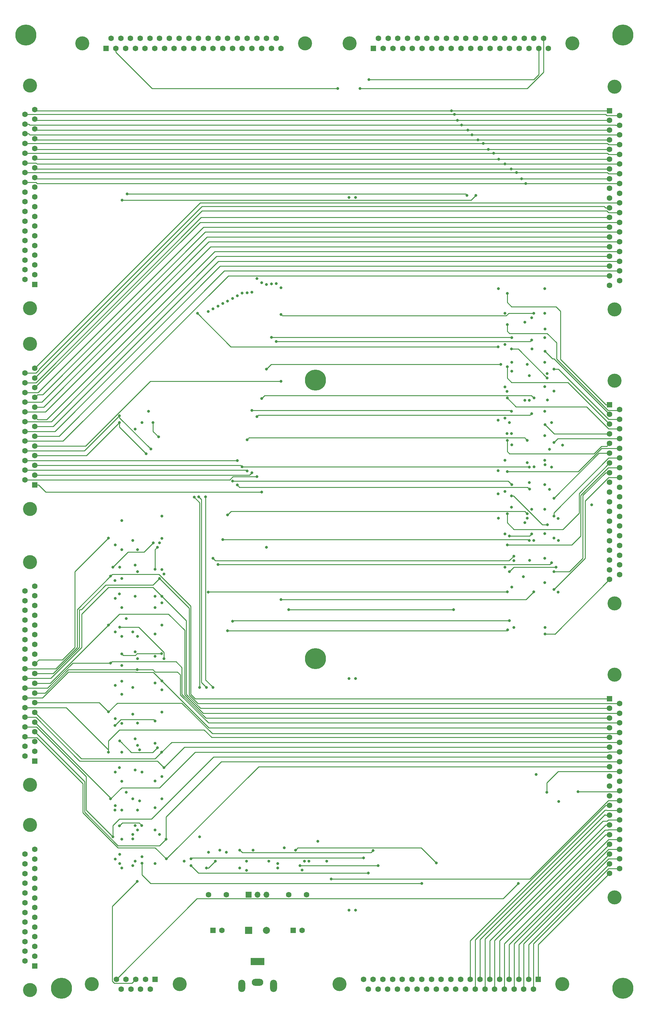
<source format=gbr>
G04 #@! TF.GenerationSoftware,KiCad,Pcbnew,5.1.5-52549c5~84~ubuntu18.04.1*
G04 #@! TF.CreationDate,2020-05-17T15:41:05-07:00*
G04 #@! TF.ProjectId,motherboard,6d6f7468-6572-4626-9f61-72642e6b6963,rev?*
G04 #@! TF.SameCoordinates,Original*
G04 #@! TF.FileFunction,Copper,L2,Inr*
G04 #@! TF.FilePolarity,Positive*
%FSLAX46Y46*%
G04 Gerber Fmt 4.6, Leading zero omitted, Abs format (unit mm)*
G04 Created by KiCad (PCBNEW 5.1.5-52549c5~84~ubuntu18.04.1) date 2020-05-17 15:41:05*
%MOMM*%
%LPD*%
G04 APERTURE LIST*
%ADD10C,4.000000*%
%ADD11C,1.600000*%
%ADD12R,1.600000X1.600000*%
%ADD13O,1.700000X1.700000*%
%ADD14R,1.700000X1.700000*%
%ADD15O,2.000000X3.500000*%
%ADD16O,3.300000X2.000000*%
%ADD17R,4.000000X2.000000*%
%ADD18C,2.000000*%
%ADD19R,2.000000X2.000000*%
%ADD20C,6.000000*%
%ADD21C,0.800000*%
%ADD22C,0.250000*%
G04 APERTURE END LIST*
D10*
X328460000Y-43030000D03*
X391960000Y-43030000D03*
D11*
X383755000Y-41610000D03*
X380985000Y-41610000D03*
X378215000Y-41610000D03*
X375445000Y-41610000D03*
X372675000Y-41610000D03*
X369905000Y-41610000D03*
X367135000Y-41610000D03*
X364365000Y-41610000D03*
X361595000Y-41610000D03*
X358825000Y-41610000D03*
X356055000Y-41610000D03*
X353285000Y-41610000D03*
X350515000Y-41610000D03*
X347745000Y-41610000D03*
X344975000Y-41610000D03*
X342205000Y-41610000D03*
X339435000Y-41610000D03*
X336665000Y-41610000D03*
X385140000Y-44450000D03*
X382370000Y-44450000D03*
X379600000Y-44450000D03*
X376830000Y-44450000D03*
X374060000Y-44450000D03*
X371290000Y-44450000D03*
X368520000Y-44450000D03*
X365750000Y-44450000D03*
X362980000Y-44450000D03*
X360210000Y-44450000D03*
X357440000Y-44450000D03*
X354670000Y-44450000D03*
X351900000Y-44450000D03*
X349130000Y-44450000D03*
X346360000Y-44450000D03*
X343590000Y-44450000D03*
X340820000Y-44450000D03*
X338050000Y-44450000D03*
D12*
X335280000Y-44450000D03*
D10*
X404660000Y-43030000D03*
X468160000Y-43030000D03*
D11*
X459955000Y-41610000D03*
X457185000Y-41610000D03*
X454415000Y-41610000D03*
X451645000Y-41610000D03*
X448875000Y-41610000D03*
X446105000Y-41610000D03*
X443335000Y-41610000D03*
X440565000Y-41610000D03*
X437795000Y-41610000D03*
X435025000Y-41610000D03*
X432255000Y-41610000D03*
X429485000Y-41610000D03*
X426715000Y-41610000D03*
X423945000Y-41610000D03*
X421175000Y-41610000D03*
X418405000Y-41610000D03*
X415635000Y-41610000D03*
X412865000Y-41610000D03*
X461340000Y-44450000D03*
X458570000Y-44450000D03*
X455800000Y-44450000D03*
X453030000Y-44450000D03*
X450260000Y-44450000D03*
X447490000Y-44450000D03*
X444720000Y-44450000D03*
X441950000Y-44450000D03*
X439180000Y-44450000D03*
X436410000Y-44450000D03*
X433640000Y-44450000D03*
X430870000Y-44450000D03*
X428100000Y-44450000D03*
X425330000Y-44450000D03*
X422560000Y-44450000D03*
X419790000Y-44450000D03*
X417020000Y-44450000D03*
X414250000Y-44450000D03*
D12*
X411480000Y-44450000D03*
D10*
X356210000Y-311300000D03*
X331210000Y-311300000D03*
D11*
X339555000Y-312720000D03*
X342325000Y-312720000D03*
X345095000Y-312720000D03*
X347865000Y-312720000D03*
X338170000Y-309880000D03*
X340940000Y-309880000D03*
X343710000Y-309880000D03*
X346480000Y-309880000D03*
D12*
X349250000Y-309880000D03*
D10*
X313540000Y-313000000D03*
X313540000Y-265900000D03*
D11*
X312120000Y-274215000D03*
X312120000Y-276985000D03*
X312120000Y-279755000D03*
X312120000Y-282525000D03*
X312120000Y-285295000D03*
X312120000Y-288065000D03*
X312120000Y-290835000D03*
X312120000Y-293605000D03*
X312120000Y-296375000D03*
X312120000Y-299145000D03*
X312120000Y-301915000D03*
X312120000Y-304685000D03*
X314960000Y-272830000D03*
X314960000Y-275600000D03*
X314960000Y-278370000D03*
X314960000Y-281140000D03*
X314960000Y-283910000D03*
X314960000Y-286680000D03*
X314960000Y-289450000D03*
X314960000Y-292220000D03*
X314960000Y-294990000D03*
X314960000Y-297760000D03*
X314960000Y-300530000D03*
X314960000Y-303300000D03*
D12*
X314960000Y-306070000D03*
D10*
X313540000Y-254470000D03*
X313540000Y-190970000D03*
D11*
X312120000Y-199175000D03*
X312120000Y-201945000D03*
X312120000Y-204715000D03*
X312120000Y-207485000D03*
X312120000Y-210255000D03*
X312120000Y-213025000D03*
X312120000Y-215795000D03*
X312120000Y-218565000D03*
X312120000Y-221335000D03*
X312120000Y-224105000D03*
X312120000Y-226875000D03*
X312120000Y-229645000D03*
X312120000Y-232415000D03*
X312120000Y-235185000D03*
X312120000Y-237955000D03*
X312120000Y-240725000D03*
X312120000Y-243495000D03*
X312120000Y-246265000D03*
X314960000Y-197790000D03*
X314960000Y-200560000D03*
X314960000Y-203330000D03*
X314960000Y-206100000D03*
X314960000Y-208870000D03*
X314960000Y-211640000D03*
X314960000Y-214410000D03*
X314960000Y-217180000D03*
X314960000Y-219950000D03*
X314960000Y-222720000D03*
X314960000Y-225490000D03*
X314960000Y-228260000D03*
X314960000Y-231030000D03*
X314960000Y-233800000D03*
X314960000Y-236570000D03*
X314960000Y-239340000D03*
X314960000Y-242110000D03*
X314960000Y-244880000D03*
D12*
X314960000Y-247650000D03*
D10*
X313540000Y-175840000D03*
X313540000Y-128740000D03*
D11*
X312120000Y-137055000D03*
X312120000Y-139825000D03*
X312120000Y-142595000D03*
X312120000Y-145365000D03*
X312120000Y-148135000D03*
X312120000Y-150905000D03*
X312120000Y-153675000D03*
X312120000Y-156445000D03*
X312120000Y-159215000D03*
X312120000Y-161985000D03*
X312120000Y-164755000D03*
X312120000Y-167525000D03*
X314960000Y-135670000D03*
X314960000Y-138440000D03*
X314960000Y-141210000D03*
X314960000Y-143980000D03*
X314960000Y-146750000D03*
X314960000Y-149520000D03*
X314960000Y-152290000D03*
X314960000Y-155060000D03*
X314960000Y-157830000D03*
X314960000Y-160600000D03*
X314960000Y-163370000D03*
X314960000Y-166140000D03*
D12*
X314960000Y-168910000D03*
D10*
X313540000Y-118580000D03*
X313540000Y-55080000D03*
D11*
X312120000Y-63285000D03*
X312120000Y-66055000D03*
X312120000Y-68825000D03*
X312120000Y-71595000D03*
X312120000Y-74365000D03*
X312120000Y-77135000D03*
X312120000Y-79905000D03*
X312120000Y-82675000D03*
X312120000Y-85445000D03*
X312120000Y-88215000D03*
X312120000Y-90985000D03*
X312120000Y-93755000D03*
X312120000Y-96525000D03*
X312120000Y-99295000D03*
X312120000Y-102065000D03*
X312120000Y-104835000D03*
X312120000Y-107605000D03*
X312120000Y-110375000D03*
X314960000Y-61900000D03*
X314960000Y-64670000D03*
X314960000Y-67440000D03*
X314960000Y-70210000D03*
X314960000Y-72980000D03*
X314960000Y-75750000D03*
X314960000Y-78520000D03*
X314960000Y-81290000D03*
X314960000Y-84060000D03*
X314960000Y-86830000D03*
X314960000Y-89600000D03*
X314960000Y-92370000D03*
X314960000Y-95140000D03*
X314960000Y-97910000D03*
X314960000Y-100680000D03*
X314960000Y-103450000D03*
X314960000Y-106220000D03*
X314960000Y-108990000D03*
D12*
X314960000Y-111760000D03*
D10*
X465290000Y-311300000D03*
X401790000Y-311300000D03*
D11*
X409995000Y-312720000D03*
X412765000Y-312720000D03*
X415535000Y-312720000D03*
X418305000Y-312720000D03*
X421075000Y-312720000D03*
X423845000Y-312720000D03*
X426615000Y-312720000D03*
X429385000Y-312720000D03*
X432155000Y-312720000D03*
X434925000Y-312720000D03*
X437695000Y-312720000D03*
X440465000Y-312720000D03*
X443235000Y-312720000D03*
X446005000Y-312720000D03*
X448775000Y-312720000D03*
X451545000Y-312720000D03*
X454315000Y-312720000D03*
X457085000Y-312720000D03*
X408610000Y-309880000D03*
X411380000Y-309880000D03*
X414150000Y-309880000D03*
X416920000Y-309880000D03*
X419690000Y-309880000D03*
X422460000Y-309880000D03*
X425230000Y-309880000D03*
X428000000Y-309880000D03*
X430770000Y-309880000D03*
X433540000Y-309880000D03*
X436310000Y-309880000D03*
X439080000Y-309880000D03*
X441850000Y-309880000D03*
X444620000Y-309880000D03*
X447390000Y-309880000D03*
X450160000Y-309880000D03*
X452930000Y-309880000D03*
X455700000Y-309880000D03*
D12*
X458470000Y-309880000D03*
D10*
X480210000Y-223050000D03*
X480210000Y-286550000D03*
D11*
X481630000Y-278345000D03*
X481630000Y-275575000D03*
X481630000Y-272805000D03*
X481630000Y-270035000D03*
X481630000Y-267265000D03*
X481630000Y-264495000D03*
X481630000Y-261725000D03*
X481630000Y-258955000D03*
X481630000Y-256185000D03*
X481630000Y-253415000D03*
X481630000Y-250645000D03*
X481630000Y-247875000D03*
X481630000Y-245105000D03*
X481630000Y-242335000D03*
X481630000Y-239565000D03*
X481630000Y-236795000D03*
X481630000Y-234025000D03*
X481630000Y-231255000D03*
X478790000Y-279730000D03*
X478790000Y-276960000D03*
X478790000Y-274190000D03*
X478790000Y-271420000D03*
X478790000Y-268650000D03*
X478790000Y-265880000D03*
X478790000Y-263110000D03*
X478790000Y-260340000D03*
X478790000Y-257570000D03*
X478790000Y-254800000D03*
X478790000Y-252030000D03*
X478790000Y-249260000D03*
X478790000Y-246490000D03*
X478790000Y-243720000D03*
X478790000Y-240950000D03*
X478790000Y-238180000D03*
X478790000Y-235410000D03*
X478790000Y-232640000D03*
D12*
X478790000Y-229870000D03*
D10*
X480210000Y-55410000D03*
X480210000Y-118910000D03*
D11*
X481630000Y-110705000D03*
X481630000Y-107935000D03*
X481630000Y-105165000D03*
X481630000Y-102395000D03*
X481630000Y-99625000D03*
X481630000Y-96855000D03*
X481630000Y-94085000D03*
X481630000Y-91315000D03*
X481630000Y-88545000D03*
X481630000Y-85775000D03*
X481630000Y-83005000D03*
X481630000Y-80235000D03*
X481630000Y-77465000D03*
X481630000Y-74695000D03*
X481630000Y-71925000D03*
X481630000Y-69155000D03*
X481630000Y-66385000D03*
X481630000Y-63615000D03*
X478790000Y-112090000D03*
X478790000Y-109320000D03*
X478790000Y-106550000D03*
X478790000Y-103780000D03*
X478790000Y-101010000D03*
X478790000Y-98240000D03*
X478790000Y-95470000D03*
X478790000Y-92700000D03*
X478790000Y-89930000D03*
X478790000Y-87160000D03*
X478790000Y-84390000D03*
X478790000Y-81620000D03*
X478790000Y-78850000D03*
X478790000Y-76080000D03*
X478790000Y-73310000D03*
X478790000Y-70540000D03*
X478790000Y-67770000D03*
X478790000Y-65000000D03*
D12*
X478790000Y-62230000D03*
D10*
X480210000Y-139230000D03*
X480210000Y-202730000D03*
D11*
X481630000Y-194525000D03*
X481630000Y-191755000D03*
X481630000Y-188985000D03*
X481630000Y-186215000D03*
X481630000Y-183445000D03*
X481630000Y-180675000D03*
X481630000Y-177905000D03*
X481630000Y-175135000D03*
X481630000Y-172365000D03*
X481630000Y-169595000D03*
X481630000Y-166825000D03*
X481630000Y-164055000D03*
X481630000Y-161285000D03*
X481630000Y-158515000D03*
X481630000Y-155745000D03*
X481630000Y-152975000D03*
X481630000Y-150205000D03*
X481630000Y-147435000D03*
X478790000Y-195910000D03*
X478790000Y-193140000D03*
X478790000Y-190370000D03*
X478790000Y-187600000D03*
X478790000Y-184830000D03*
X478790000Y-182060000D03*
X478790000Y-179290000D03*
X478790000Y-176520000D03*
X478790000Y-173750000D03*
X478790000Y-170980000D03*
X478790000Y-168210000D03*
X478790000Y-165440000D03*
X478790000Y-162670000D03*
X478790000Y-159900000D03*
X478790000Y-157130000D03*
X478790000Y-154360000D03*
X478790000Y-151590000D03*
X478790000Y-148820000D03*
D12*
X478790000Y-146050000D03*
D13*
X381000000Y-285750000D03*
X378460000Y-285750000D03*
D14*
X375920000Y-285750000D03*
D15*
X382960000Y-311800000D03*
X373960000Y-311800000D03*
D16*
X378460000Y-310800000D03*
D17*
X378460000Y-304800000D03*
D11*
X392350000Y-285750000D03*
X387350000Y-285750000D03*
X369490000Y-285750000D03*
X364490000Y-285750000D03*
X391120000Y-295910000D03*
D12*
X388620000Y-295910000D03*
D11*
X368260000Y-295910000D03*
D12*
X365760000Y-295910000D03*
D18*
X380920000Y-295910000D03*
D19*
X375920000Y-295910000D03*
D20*
X482600000Y-40640000D03*
X312420000Y-40640000D03*
X482600000Y-312420000D03*
X322580000Y-312420000D03*
X394970000Y-139065000D03*
X394970000Y-218440000D03*
D21*
X452755000Y-282575000D03*
X404495000Y-86995000D03*
X404495000Y-224155000D03*
X404495000Y-290195000D03*
X462915000Y-193675000D03*
X449610000Y-177195000D03*
X462915000Y-172720000D03*
X449610000Y-156240000D03*
X460375000Y-151765000D03*
X449610000Y-135285000D03*
X460375000Y-130810000D03*
X449610000Y-114330000D03*
X335945000Y-184120000D03*
X434340000Y-204470000D03*
X387350000Y-204470000D03*
X350520000Y-185420000D03*
X350475000Y-195625000D03*
X335945000Y-208885000D03*
X344170000Y-221615000D03*
X335945000Y-233650000D03*
X351110000Y-245155000D03*
X336550000Y-258445000D03*
X352380000Y-269920000D03*
X460375000Y-211455000D03*
X462915000Y-198755000D03*
X449610000Y-186085000D03*
X462915000Y-177800000D03*
X449610000Y-165130000D03*
X462915000Y-156845000D03*
X449610000Y-144175000D03*
X462915000Y-135890000D03*
X449610000Y-123220000D03*
X460330000Y-112985000D03*
X460330000Y-119970000D03*
X460330000Y-126955000D03*
X460330000Y-133940000D03*
X460330000Y-140925000D03*
X460330000Y-147910000D03*
X460330000Y-154895000D03*
X460330000Y-161880000D03*
X460330000Y-168865000D03*
X460330000Y-175850000D03*
X460330000Y-182835000D03*
X460330000Y-189820000D03*
X339770000Y-179115000D03*
X339770000Y-278175000D03*
X339770000Y-269920000D03*
X339770000Y-261665000D03*
X339770000Y-253410000D03*
X339770000Y-245155000D03*
X339770000Y-236900000D03*
X339770000Y-228645000D03*
X339770000Y-220390000D03*
X339770000Y-212135000D03*
X339770000Y-203880000D03*
X339770000Y-195625000D03*
X339770000Y-187370000D03*
X460330000Y-196805000D03*
X457835000Y-251460000D03*
X464315000Y-259210000D03*
X377190000Y-273050000D03*
X386080000Y-272415000D03*
X395605000Y-270510000D03*
X367665000Y-273050000D03*
X347345000Y-147955000D03*
X336550000Y-194945000D03*
X351155000Y-200660000D03*
X336550000Y-219710000D03*
X351155000Y-224790000D03*
X335915000Y-245110000D03*
X351790000Y-249555000D03*
X337185000Y-269240000D03*
X352410000Y-275575000D03*
X452225000Y-79905000D03*
X448950000Y-77465000D03*
X445700000Y-74365000D03*
X442755000Y-71595000D03*
X439550001Y-69084999D03*
X436605001Y-66314999D03*
X434555000Y-63285000D03*
X473710000Y-174625000D03*
X460375000Y-209550000D03*
X453685000Y-81620000D03*
X450740000Y-78850000D03*
X447160000Y-76080000D03*
X444215000Y-73310000D03*
X441270000Y-70540000D03*
X438325000Y-67770000D03*
X435380000Y-65000000D03*
X433705000Y-62230000D03*
X399415000Y-281305000D03*
X469770000Y-256410000D03*
X440690000Y-86360000D03*
X339815001Y-87720001D03*
X460880000Y-256540000D03*
X438150000Y-86360000D03*
X341230001Y-85960001D03*
X456565000Y-127635000D03*
X383755000Y-128055000D03*
X383755000Y-111545000D03*
X380985000Y-186690000D03*
X349855000Y-186720000D03*
X345504999Y-276795001D03*
X349250000Y-267335000D03*
X349220000Y-261015000D03*
X337820000Y-261620000D03*
X339090000Y-249555000D03*
X425230000Y-282575000D03*
X349250000Y-242570000D03*
X349250000Y-236220000D03*
X337820000Y-237490000D03*
X339725000Y-224875000D03*
X349235000Y-217790000D03*
X342860000Y-210820000D03*
X349220000Y-211485000D03*
X339090000Y-200025000D03*
X349235000Y-193025000D03*
X380985000Y-135905000D03*
X447735001Y-134559999D03*
X380985000Y-111775000D03*
X456565000Y-148590000D03*
X378215000Y-149470000D03*
X378215000Y-166615000D03*
X378215000Y-110100000D03*
X455295000Y-156210000D03*
X375445000Y-156050000D03*
X375445000Y-164940000D03*
X375445000Y-114140000D03*
X455945000Y-170165000D03*
X372675000Y-168980000D03*
X372675000Y-161995000D03*
X372675000Y-115005000D03*
X455295000Y-177165000D03*
X369905000Y-177465000D03*
X449670001Y-210275001D03*
X369905000Y-210485000D03*
X369905000Y-116505000D03*
X462265000Y-191120000D03*
X367135000Y-191665000D03*
X373380000Y-273050000D03*
X411380000Y-273150000D03*
X367135000Y-118005000D03*
X449595000Y-199405000D03*
X364365000Y-199515000D03*
X359440000Y-275560000D03*
X408610000Y-275285000D03*
X364365000Y-119505000D03*
X457200000Y-199390000D03*
X454195000Y-195115000D03*
X385140000Y-201600000D03*
X457200000Y-120015000D03*
X385140000Y-120320000D03*
X451485000Y-190500000D03*
X450245000Y-183485000D03*
X456565000Y-182880000D03*
X450850000Y-172085000D03*
X450850000Y-172085000D03*
X461055001Y-180300001D03*
X447040000Y-164903002D03*
X461645000Y-158750000D03*
X450215000Y-151130000D03*
X449580000Y-142240000D03*
X461010000Y-138430000D03*
X450850000Y-130175000D03*
X389255000Y-273050000D03*
X429385000Y-276735000D03*
X451485000Y-209550000D03*
X385140000Y-139370000D03*
X385140000Y-112700000D03*
X450895000Y-126955000D03*
X382370000Y-126900000D03*
X382370000Y-111660000D03*
X457230000Y-144175000D03*
X379600000Y-144275000D03*
X379600000Y-170945000D03*
X379600000Y-111255000D03*
X450850000Y-147955000D03*
X376830000Y-147680000D03*
X376830000Y-165460000D03*
X376830000Y-114025000D03*
X455930000Y-163830000D03*
X374060000Y-163785000D03*
X374060000Y-114255000D03*
X450895000Y-168865000D03*
X371290000Y-167825000D03*
X450260000Y-207600000D03*
X371290000Y-207830000D03*
X371290000Y-115755000D03*
X455930000Y-184785000D03*
X368520000Y-184565000D03*
X390510000Y-277510000D03*
X412765000Y-277480000D03*
X368520000Y-117255000D03*
X451485000Y-189230000D03*
X365750000Y-189875000D03*
X359425000Y-277510000D03*
X409995000Y-279615000D03*
X365750000Y-118755000D03*
X448945000Y-192405000D03*
X462900000Y-184135000D03*
X448945000Y-170815000D03*
X460375000Y-163180000D03*
X448945000Y-149860000D03*
X462900000Y-142225000D03*
X448945000Y-128905000D03*
X456580000Y-121270000D03*
X464094999Y-199480001D03*
X448945000Y-182880000D03*
X464094999Y-178525001D03*
X448945000Y-161925000D03*
X465364999Y-157570001D03*
X448945000Y-140970000D03*
X461010000Y-137160000D03*
X448990000Y-119970000D03*
X343535000Y-266065000D03*
X351140000Y-252110000D03*
X343535000Y-241300000D03*
X351140000Y-227345000D03*
X343535000Y-216535000D03*
X351140000Y-202580000D03*
X343535000Y-191770000D03*
X351140000Y-177815000D03*
X343535000Y-276225000D03*
X351140000Y-258460000D03*
X343535000Y-250190000D03*
X351140000Y-233695000D03*
X342900000Y-226695000D03*
X351140000Y-208930000D03*
X343535000Y-200660000D03*
X351140000Y-184165000D03*
X361950000Y-226695000D03*
X339090000Y-151130000D03*
X361950000Y-269240000D03*
X346710000Y-160020000D03*
X360362500Y-172402500D03*
X363855000Y-226695000D03*
X339090000Y-149225000D03*
X357505000Y-276225000D03*
X348014657Y-158715343D03*
X361667158Y-172367842D03*
X398145000Y-276225000D03*
X337835000Y-186070000D03*
X344185000Y-193690000D03*
X337835000Y-210835000D03*
X344185000Y-218455000D03*
X337835000Y-235600000D03*
X344185000Y-243220000D03*
X337835000Y-260365000D03*
X344185000Y-267350000D03*
X344215000Y-187370000D03*
X337835000Y-201310000D03*
X344185000Y-212105000D03*
X337835000Y-226075000D03*
X344185000Y-236870000D03*
X337835000Y-250840000D03*
X344185000Y-261635000D03*
X337835000Y-275605000D03*
X406400000Y-86995000D03*
X406400000Y-224155000D03*
X406400000Y-290195000D03*
X345470000Y-274925000D03*
X342870000Y-277525000D03*
X339135000Y-274275000D03*
X339105000Y-276875000D03*
X350520000Y-268605000D03*
X349250000Y-276860000D03*
X342900000Y-258445000D03*
X345455000Y-250810000D03*
X342900000Y-269875000D03*
X344805000Y-244475000D03*
X342885000Y-234300000D03*
X349250000Y-225425000D03*
X351790000Y-218440000D03*
X339105000Y-209535000D03*
X351790000Y-194310000D03*
X349250000Y-200660000D03*
X337820000Y-196215000D03*
X342885000Y-184770000D03*
X342830000Y-268605000D03*
X344820000Y-259065000D03*
X339090000Y-266165000D03*
X345440000Y-266065000D03*
X349250000Y-253365000D03*
X340995000Y-256540000D03*
X339120000Y-241905000D03*
X349870000Y-243855000D03*
X339755000Y-217140000D03*
X351041501Y-217056501D03*
X349205000Y-203880000D03*
X340995000Y-207010000D03*
X348745000Y-185420000D03*
X337185000Y-192405000D03*
X339120000Y-192375000D03*
X351155000Y-193040000D03*
X450865000Y-198105000D03*
X455960000Y-190470000D03*
X464185000Y-184785000D03*
X455280000Y-178450000D03*
X447055000Y-178450000D03*
X447040000Y-171450000D03*
X450865000Y-157495000D03*
X457227500Y-163802500D03*
X447040000Y-150495000D03*
X450865000Y-136540000D03*
X461055001Y-144734999D03*
X447040000Y-129540000D03*
X463535000Y-192420000D03*
X450215000Y-193675000D03*
X457200000Y-184785000D03*
X450807500Y-175302500D03*
X454660000Y-179705000D03*
X456565000Y-175895000D03*
X461645000Y-170180000D03*
X455930000Y-168275000D03*
X462280000Y-163830000D03*
X449580000Y-154305000D03*
X455295000Y-162560000D03*
X450850000Y-154305000D03*
X462280000Y-151130000D03*
X454660000Y-144780000D03*
X455265000Y-134590000D03*
X455930000Y-137795000D03*
X455930000Y-144780000D03*
X450895000Y-133940000D03*
X456635000Y-130175000D03*
X454660000Y-122555000D03*
X460375000Y-124460000D03*
X447085000Y-112985000D03*
X366410000Y-276210000D03*
X363825000Y-278160000D03*
X369570000Y-273685000D03*
X375300000Y-276210000D03*
X365760000Y-226695000D03*
X348615000Y-151130000D03*
X364490000Y-273685000D03*
X350202500Y-155257500D03*
X363639999Y-172300001D03*
X375330000Y-278810000D03*
X384205000Y-278160000D03*
X381635000Y-276225000D03*
X373350000Y-278160000D03*
X391795000Y-276225000D03*
X384175000Y-276860000D03*
X393080000Y-276210000D03*
X391160000Y-278765000D03*
X345495000Y-151130000D03*
X343535000Y-153035000D03*
X454840000Y-83005000D03*
X401320000Y-55880000D03*
X410210000Y-53340000D03*
X407670000Y-55880000D03*
X344170000Y-281940000D03*
X361315000Y-120015000D03*
D22*
X361124999Y-286925001D02*
X448404999Y-286925001D01*
X338170000Y-309880000D02*
X361124999Y-286925001D01*
X448404999Y-286925001D02*
X452755000Y-282575000D01*
X452755000Y-282575000D02*
X452755000Y-282575000D01*
X477658630Y-165440000D02*
X471170000Y-171928630D01*
X478790000Y-165440000D02*
X477658630Y-165440000D01*
X471170000Y-171928630D02*
X471170000Y-189863590D01*
X467358590Y-193675000D02*
X462915000Y-193675000D01*
X471170000Y-189863590D02*
X467358590Y-193675000D01*
X478790000Y-162670000D02*
X470084990Y-171375010D01*
X470084990Y-171375010D02*
X470084990Y-176980010D01*
X470084990Y-176980010D02*
X465455000Y-181610000D01*
X465455000Y-181610000D02*
X451485000Y-181610000D01*
X449610000Y-179735000D02*
X449610000Y-177195000D01*
X451485000Y-181610000D02*
X449610000Y-179735000D01*
X475735000Y-159900000D02*
X462915000Y-172720000D01*
X478790000Y-159900000D02*
X475735000Y-159900000D01*
X449610000Y-159415000D02*
X449610000Y-156240000D01*
X450215000Y-160020000D02*
X449610000Y-159415000D01*
X476432181Y-157929999D02*
X474342180Y-160020000D01*
X474342180Y-160020000D02*
X450215000Y-160020000D01*
X478790000Y-157130000D02*
X477990001Y-157929999D01*
X477990001Y-157929999D02*
X476432181Y-157929999D01*
X462970000Y-154360000D02*
X460375000Y-151765000D01*
X478790000Y-154360000D02*
X462970000Y-154360000D01*
X478790000Y-151590000D02*
X466900000Y-139700000D01*
X466900000Y-139700000D02*
X450850000Y-139700000D01*
X449610000Y-138460000D02*
X449610000Y-135285000D01*
X450850000Y-139700000D02*
X449610000Y-138460000D01*
X478790000Y-148820000D02*
X462915000Y-132945000D01*
X462510000Y-132945000D02*
X460375000Y-130810000D01*
X462915000Y-132945000D02*
X462510000Y-132945000D01*
X449610000Y-116870000D02*
X449610000Y-114330000D01*
X477740000Y-146050000D02*
X464820000Y-133130000D01*
X478790000Y-146050000D02*
X477740000Y-146050000D01*
X464820000Y-133130000D02*
X464820000Y-119380000D01*
X463550000Y-118110000D02*
X450850000Y-118110000D01*
X464820000Y-119380000D02*
X463550000Y-118110000D01*
X450850000Y-118110000D02*
X449610000Y-116870000D01*
X316085001Y-218824999D02*
X322830001Y-218824999D01*
X314960000Y-219950000D02*
X316085001Y-218824999D01*
X322830001Y-218824999D02*
X326390000Y-215265000D01*
X326390000Y-193675000D02*
X335945000Y-184120000D01*
X326390000Y-215265000D02*
X326390000Y-193675000D01*
X434340000Y-204470000D02*
X387350000Y-204470000D01*
X387350000Y-204470000D02*
X387350000Y-204470000D01*
X327660000Y-215267820D02*
X327660000Y-204471410D01*
X314960000Y-222720000D02*
X320207820Y-222720000D01*
X320207820Y-222720000D02*
X327660000Y-215267820D01*
X328186592Y-204471410D02*
X335173002Y-197485000D01*
X327660000Y-204471410D02*
X328186592Y-204471410D01*
X348615000Y-197485000D02*
X350475000Y-195625000D01*
X335173002Y-197485000D02*
X348615000Y-197485000D01*
X361428590Y-231255000D02*
X358959990Y-228786400D01*
X481630000Y-231255000D02*
X361428590Y-231255000D01*
X358959990Y-204109990D02*
X350475000Y-195625000D01*
X358959990Y-228786400D02*
X358959990Y-204109990D01*
X319340000Y-225490000D02*
X335945000Y-208885000D01*
X314960000Y-225490000D02*
X319340000Y-225490000D01*
X362925770Y-234025000D02*
X357689990Y-228789220D01*
X481630000Y-234025000D02*
X362925770Y-234025000D01*
X357689990Y-228789220D02*
X357689990Y-210369990D01*
X357689990Y-210369990D02*
X353060000Y-205740000D01*
X339090000Y-205740000D02*
X335945000Y-208885000D01*
X353060000Y-205740000D02*
X339090000Y-205740000D01*
X324487820Y-221615000D02*
X344170000Y-221615000D01*
X314960000Y-228260000D02*
X317842820Y-228260000D01*
X317842820Y-228260000D02*
X324487820Y-221615000D01*
X364422950Y-236795000D02*
X356419990Y-228792040D01*
X481630000Y-236795000D02*
X364422950Y-236795000D01*
X356419990Y-228792040D02*
X356419990Y-223069990D01*
X344735685Y-221615000D02*
X344170000Y-221615000D01*
X348616410Y-221615000D02*
X344735685Y-221615000D01*
X349251410Y-222250000D02*
X348616410Y-221615000D01*
X355600000Y-222250000D02*
X349251410Y-222250000D01*
X356419990Y-223069990D02*
X355600000Y-222250000D01*
X333325000Y-231030000D02*
X335945000Y-233650000D01*
X314960000Y-231030000D02*
X333325000Y-231030000D01*
X356868590Y-231140000D02*
X338455000Y-231140000D01*
X338455000Y-231140000D02*
X335945000Y-233650000D01*
X365553589Y-239824999D02*
X356868590Y-231140000D01*
X481630000Y-239565000D02*
X481370001Y-239824999D01*
X481370001Y-239824999D02*
X365553589Y-239824999D01*
X314960000Y-233800000D02*
X328175000Y-247015000D01*
X349250000Y-247015000D02*
X351110000Y-245155000D01*
X328175000Y-247015000D02*
X349250000Y-247015000D01*
X353930000Y-242335000D02*
X351110000Y-245155000D01*
X481630000Y-242335000D02*
X353930000Y-242335000D01*
X336550000Y-258160000D02*
X336550000Y-258445000D01*
X314960000Y-236570000D02*
X336550000Y-258160000D01*
X339725000Y-255270000D02*
X336550000Y-258445000D01*
X350520000Y-255270000D02*
X339725000Y-255270000D01*
X478504998Y-245110000D02*
X360680000Y-245110000D01*
X481630000Y-245105000D02*
X478509998Y-245105000D01*
X360680000Y-245110000D02*
X350520000Y-255270000D01*
X478509998Y-245105000D02*
X478504998Y-245110000D01*
X329114991Y-262242993D02*
X338651998Y-271780000D01*
X314960000Y-239340000D02*
X329114991Y-253494991D01*
X329114991Y-253494991D02*
X329114991Y-262242993D01*
X350520000Y-271780000D02*
X352380000Y-269920000D01*
X338651998Y-271780000D02*
X350520000Y-271780000D01*
X481630000Y-247875000D02*
X368075000Y-247875000D01*
X352380000Y-263570000D02*
X352380000Y-269920000D01*
X368075000Y-247875000D02*
X352380000Y-263570000D01*
X463200000Y-211500000D02*
X478790000Y-195910000D01*
X463155000Y-211455000D02*
X463200000Y-211500000D01*
X460375000Y-211455000D02*
X463155000Y-211455000D01*
X478509998Y-166825000D02*
X471805000Y-173529998D01*
X481630000Y-166825000D02*
X478509998Y-166825000D01*
X471805000Y-189865000D02*
X462915000Y-198755000D01*
X471805000Y-173529998D02*
X471805000Y-189865000D01*
X467965000Y-186085000D02*
X449610000Y-186085000D01*
X470535000Y-183515000D02*
X467965000Y-186085000D01*
X470535000Y-171927220D02*
X470535000Y-183515000D01*
X481630000Y-164055000D02*
X478407220Y-164055000D01*
X478407220Y-164055000D02*
X470535000Y-171927220D01*
X462915000Y-177234315D02*
X462915000Y-177800000D01*
X462915000Y-176879998D02*
X462915000Y-177234315D01*
X478509998Y-161285000D02*
X462915000Y-176879998D01*
X481630000Y-161285000D02*
X478509998Y-161285000D01*
X481630000Y-158515000D02*
X476483590Y-158515000D01*
X469868590Y-165130000D02*
X449610000Y-165130000D01*
X476483590Y-158515000D02*
X469868590Y-165130000D01*
X464015000Y-155745000D02*
X462915000Y-156845000D01*
X481630000Y-155745000D02*
X464015000Y-155745000D01*
X478509998Y-152975000D02*
X472219998Y-146685000D01*
X481630000Y-152975000D02*
X478509998Y-152975000D01*
X452120000Y-146685000D02*
X449610000Y-144175000D01*
X472219998Y-146685000D02*
X452120000Y-146685000D01*
X463480685Y-135890000D02*
X462915000Y-135890000D01*
X478509998Y-150205000D02*
X464194998Y-135890000D01*
X464194998Y-135890000D02*
X463480685Y-135890000D01*
X481630000Y-150205000D02*
X478509998Y-150205000D01*
X481370001Y-147694999D02*
X478301409Y-147694999D01*
X481630000Y-147435000D02*
X481370001Y-147694999D01*
X463640001Y-133033591D02*
X463640001Y-128360001D01*
X478301409Y-147694999D02*
X463640001Y-133033591D01*
X463640001Y-128360001D02*
X461010000Y-125730000D01*
X461010000Y-125730000D02*
X450215000Y-125730000D01*
X449610000Y-125125000D02*
X449610000Y-123220000D01*
X450215000Y-125730000D02*
X449610000Y-125125000D01*
X320956410Y-221335000D02*
X327025000Y-215266410D01*
X312120000Y-221335000D02*
X320956410Y-221335000D01*
X327025000Y-204470000D02*
X336550000Y-194945000D01*
X327025000Y-215266410D02*
X327025000Y-204470000D01*
X478790000Y-229870000D02*
X360680000Y-229870000D01*
X360680000Y-229870000D02*
X359410000Y-228600000D01*
X336949999Y-194545001D02*
X336550000Y-194945000D01*
X337079999Y-194415001D02*
X336949999Y-194545001D01*
X350338003Y-194415001D02*
X337079999Y-194415001D01*
X359410000Y-203486998D02*
X350338003Y-194415001D01*
X359410000Y-228600000D02*
X359410000Y-203486998D01*
X319459230Y-224105000D02*
X328295000Y-215269230D01*
X312120000Y-224105000D02*
X319459230Y-224105000D01*
X328295000Y-215269230D02*
X328295000Y-205740000D01*
X328295000Y-205740000D02*
X335915000Y-198120000D01*
X348615000Y-198120000D02*
X351155000Y-200660000D01*
X335915000Y-198120000D02*
X348615000Y-198120000D01*
X362177180Y-232640000D02*
X358140000Y-228602820D01*
X478790000Y-232640000D02*
X362177180Y-232640000D01*
X358140000Y-207645000D02*
X351155000Y-200660000D01*
X358140000Y-228602820D02*
X358140000Y-207645000D01*
X312120000Y-226875000D02*
X318591410Y-226875000D01*
X325756410Y-219710000D02*
X336550000Y-219710000D01*
X318591410Y-226875000D02*
X325756410Y-219710000D01*
X336949999Y-219310001D02*
X336550000Y-219710000D01*
X355200001Y-219310001D02*
X336949999Y-219310001D01*
X356870000Y-220980000D02*
X355200001Y-219310001D01*
X363674360Y-235410000D02*
X356870000Y-228605640D01*
X356870000Y-228605640D02*
X356870000Y-220980000D01*
X478790000Y-235410000D02*
X363674360Y-235410000D01*
X343731998Y-222250000D02*
X343821999Y-222340001D01*
X343821999Y-222340001D02*
X348705001Y-222340001D01*
X324489230Y-222250000D02*
X343731998Y-222250000D01*
X312120000Y-229645000D02*
X317094230Y-229645000D01*
X348705001Y-222340001D02*
X351155000Y-224790000D01*
X317094230Y-229645000D02*
X324489230Y-222250000D01*
X364545000Y-238180000D02*
X351155000Y-224790000D01*
X478790000Y-238180000D02*
X364545000Y-238180000D01*
X312120000Y-232415000D02*
X323855000Y-232415000D01*
X335915000Y-244475000D02*
X335915000Y-245110000D01*
X323855000Y-232415000D02*
X335915000Y-244475000D01*
X335915000Y-241935000D02*
X335915000Y-245110000D01*
X339090000Y-238760000D02*
X335915000Y-241935000D01*
X363220000Y-238760000D02*
X339090000Y-238760000D01*
X478790000Y-240950000D02*
X365410000Y-240950000D01*
X365410000Y-240950000D02*
X363220000Y-238760000D01*
X315240002Y-235185000D02*
X327705002Y-247650000D01*
X312120000Y-235185000D02*
X315240002Y-235185000D01*
X349885000Y-247650000D02*
X351790000Y-249555000D01*
X327705002Y-247650000D02*
X349885000Y-247650000D01*
X357625000Y-243720000D02*
X351790000Y-249555000D01*
X478790000Y-243720000D02*
X357625000Y-243720000D01*
X315425000Y-237955000D02*
X329565000Y-252095000D01*
X312120000Y-237955000D02*
X315425000Y-237955000D01*
X329565000Y-261620000D02*
X337185000Y-269240000D01*
X329565000Y-252095000D02*
X329565000Y-261620000D01*
X337185000Y-266065000D02*
X337185000Y-269240000D01*
X339090000Y-264160000D02*
X337185000Y-266065000D01*
X478790000Y-246490000D02*
X365870000Y-246490000D01*
X348200000Y-264160000D02*
X339090000Y-264160000D01*
X365870000Y-246490000D02*
X348200000Y-264160000D01*
X328664982Y-262429394D02*
X338650588Y-272415000D01*
X328664981Y-254149979D02*
X328664982Y-262429394D01*
X315500001Y-240984999D02*
X328664981Y-254149979D01*
X312120000Y-240725000D02*
X312379999Y-240984999D01*
X312379999Y-240984999D02*
X315500001Y-240984999D01*
X349250000Y-272415000D02*
X352410000Y-275575000D01*
X338650588Y-272415000D02*
X349250000Y-272415000D01*
X378725000Y-249260000D02*
X352410000Y-275575000D01*
X478790000Y-249260000D02*
X378725000Y-249260000D01*
X478179998Y-79905000D02*
X452225000Y-79905000D01*
X313251370Y-79905000D02*
X312120000Y-79905000D01*
X478509998Y-80235000D02*
X478179998Y-79905000D01*
X481630000Y-80235000D02*
X478509998Y-80235000D01*
X452225000Y-79905000D02*
X313251370Y-79905000D01*
X313251370Y-77135000D02*
X312120000Y-77135000D01*
X315240002Y-77135000D02*
X313251370Y-77135000D01*
X315570002Y-77465000D02*
X315240002Y-77135000D01*
X481630000Y-77465000D02*
X448950000Y-77465000D01*
X448950000Y-77465000D02*
X315570002Y-77465000D01*
X480498630Y-74695000D02*
X481630000Y-74695000D01*
X478509998Y-74695000D02*
X480498630Y-74695000D01*
X478179998Y-74365000D02*
X478509998Y-74695000D01*
X312120000Y-74365000D02*
X445700000Y-74365000D01*
X445700000Y-74365000D02*
X478179998Y-74365000D01*
X313251370Y-71595000D02*
X312120000Y-71595000D01*
X478179998Y-71595000D02*
X442755000Y-71595000D01*
X478509998Y-71925000D02*
X478179998Y-71595000D01*
X481630000Y-71925000D02*
X478509998Y-71925000D01*
X442755000Y-71595000D02*
X313251370Y-71595000D01*
X313251370Y-68825000D02*
X312120000Y-68825000D01*
X480428629Y-69084999D02*
X439550001Y-69084999D01*
X480498630Y-69155000D02*
X480428629Y-69084999D01*
X313511369Y-69084999D02*
X313251370Y-68825000D01*
X481630000Y-69155000D02*
X480498630Y-69155000D01*
X439550001Y-69084999D02*
X313511369Y-69084999D01*
X313251370Y-66055000D02*
X312120000Y-66055000D01*
X313511369Y-66314999D02*
X313251370Y-66055000D01*
X480428629Y-66314999D02*
X436605001Y-66314999D01*
X480498630Y-66385000D02*
X480428629Y-66314999D01*
X481630000Y-66385000D02*
X480498630Y-66385000D01*
X436605001Y-66314999D02*
X313511369Y-66314999D01*
X477664999Y-63285000D02*
X434555000Y-63285000D01*
X313251370Y-63285000D02*
X312120000Y-63285000D01*
X477994999Y-63615000D02*
X477664999Y-63285000D01*
X481630000Y-63615000D02*
X477994999Y-63615000D01*
X434555000Y-63285000D02*
X313251370Y-63285000D01*
X315290000Y-81620000D02*
X314960000Y-81290000D01*
X478790000Y-81620000D02*
X453685000Y-81620000D01*
X453685000Y-81620000D02*
X315290000Y-81620000D01*
X315290000Y-78850000D02*
X314960000Y-78520000D01*
X478790000Y-78850000D02*
X450740000Y-78850000D01*
X450740000Y-78850000D02*
X315290000Y-78850000D01*
X315290000Y-76080000D02*
X314960000Y-75750000D01*
X478790000Y-76080000D02*
X447160000Y-76080000D01*
X447160000Y-76080000D02*
X315290000Y-76080000D01*
X315290000Y-73310000D02*
X314960000Y-72980000D01*
X478790000Y-73310000D02*
X444215000Y-73310000D01*
X444215000Y-73310000D02*
X315290000Y-73310000D01*
X315290000Y-70540000D02*
X314960000Y-70210000D01*
X478790000Y-70540000D02*
X441270000Y-70540000D01*
X441270000Y-70540000D02*
X315290000Y-70540000D01*
X315290000Y-67770000D02*
X314960000Y-67440000D01*
X478790000Y-67770000D02*
X438325000Y-67770000D01*
X438325000Y-67770000D02*
X315290000Y-67770000D01*
X315290000Y-65000000D02*
X314960000Y-64670000D01*
X478790000Y-65000000D02*
X435380000Y-65000000D01*
X435380000Y-65000000D02*
X315290000Y-65000000D01*
X315290000Y-62230000D02*
X314960000Y-61900000D01*
X478790000Y-62230000D02*
X433705000Y-62230000D01*
X433705000Y-62230000D02*
X315290000Y-62230000D01*
X457085000Y-299769998D02*
X457085000Y-311588630D01*
X457085000Y-311588630D02*
X457085000Y-312720000D01*
X478509998Y-278345000D02*
X457085000Y-299769998D01*
X481630000Y-278345000D02*
X478509998Y-278345000D01*
X454315000Y-311588630D02*
X454315000Y-312720000D01*
X454315000Y-299769998D02*
X454315000Y-311588630D01*
X478509998Y-275575000D02*
X454315000Y-299769998D01*
X481630000Y-275575000D02*
X478509998Y-275575000D01*
X451545000Y-311588630D02*
X451545000Y-312720000D01*
X451545000Y-299769998D02*
X451545000Y-311588630D01*
X478509998Y-272805000D02*
X451545000Y-299769998D01*
X481630000Y-272805000D02*
X478509998Y-272805000D01*
X448775000Y-311588630D02*
X448775000Y-312720000D01*
X448775000Y-299769998D02*
X448775000Y-311588630D01*
X478509998Y-270035000D02*
X448775000Y-299769998D01*
X481630000Y-270035000D02*
X478509998Y-270035000D01*
X478407220Y-267265000D02*
X478337220Y-267335000D01*
X481630000Y-267265000D02*
X478407220Y-267265000D01*
X478337220Y-267335000D02*
X477520000Y-267335000D01*
X446005000Y-298850000D02*
X446005000Y-312720000D01*
X477520000Y-267335000D02*
X446005000Y-298850000D01*
X478407220Y-264495000D02*
X478107220Y-264795000D01*
X481630000Y-264495000D02*
X478407220Y-264495000D01*
X478107220Y-264795000D02*
X476885000Y-264795000D01*
X443235000Y-298445000D02*
X443235000Y-312720000D01*
X476885000Y-264795000D02*
X443235000Y-298445000D01*
X478048590Y-261725000D02*
X477943590Y-261620000D01*
X481630000Y-261725000D02*
X478048590Y-261725000D01*
X477943590Y-261620000D02*
X477520000Y-261620000D01*
X440465000Y-298675000D02*
X440465000Y-312720000D01*
X477520000Y-261620000D02*
X440465000Y-298675000D01*
X480498630Y-258955000D02*
X481630000Y-258955000D01*
X478407220Y-258955000D02*
X480498630Y-258955000D01*
X456057220Y-281305000D02*
X478407220Y-258955000D01*
X399415000Y-281305000D02*
X456057220Y-281305000D01*
X481405000Y-256410000D02*
X481630000Y-256185000D01*
X469770000Y-256410000D02*
X481405000Y-256410000D01*
X439329999Y-87720001D02*
X339815001Y-87720001D01*
X440690000Y-86360000D02*
X439329999Y-87720001D01*
X339815001Y-87720001D02*
X339815001Y-87720001D01*
X464105000Y-250645000D02*
X481630000Y-250645000D01*
X460880000Y-256540000D02*
X460880000Y-253870000D01*
X460880000Y-253870000D02*
X464105000Y-250645000D01*
X437750001Y-85960001D02*
X341230001Y-85960001D01*
X438150000Y-86360000D02*
X437750001Y-85960001D01*
X341230001Y-85960001D02*
X341230001Y-85960001D01*
X458470000Y-300050000D02*
X458470000Y-309880000D01*
X478790000Y-279730000D02*
X458470000Y-300050000D01*
X455700000Y-300050000D02*
X455700000Y-309880000D01*
X478790000Y-276960000D02*
X455700000Y-300050000D01*
X452930000Y-300050000D02*
X452930000Y-309880000D01*
X478790000Y-274190000D02*
X452930000Y-300050000D01*
X450160000Y-300050000D02*
X450160000Y-309880000D01*
X478790000Y-271420000D02*
X450160000Y-300050000D01*
X447390000Y-308748630D02*
X447390000Y-309880000D01*
X447390000Y-298918630D02*
X447390000Y-308748630D01*
X477658630Y-268650000D02*
X447390000Y-298918630D01*
X478790000Y-268650000D02*
X477658630Y-268650000D01*
X444620000Y-308748630D02*
X444620000Y-309880000D01*
X444620000Y-298918630D02*
X444620000Y-308748630D01*
X477658630Y-265880000D02*
X444620000Y-298918630D01*
X478790000Y-265880000D02*
X477658630Y-265880000D01*
X441850000Y-298560000D02*
X441850000Y-309880000D01*
X477438630Y-262971370D02*
X441850000Y-298560000D01*
X477577260Y-263110000D02*
X478790000Y-263110000D01*
X477438630Y-262971370D02*
X477577260Y-263110000D01*
X439080000Y-298918630D02*
X439080000Y-308748630D01*
X477658630Y-260340000D02*
X439080000Y-298918630D01*
X439080000Y-308748630D02*
X439080000Y-309880000D01*
X478790000Y-260340000D02*
X477658630Y-260340000D01*
X456145000Y-128055000D02*
X456565000Y-127635000D01*
X383755000Y-128055000D02*
X456145000Y-128055000D01*
X338219999Y-237090001D02*
X337820000Y-237490000D01*
X339489999Y-235820001D02*
X338219999Y-237090001D01*
X348850001Y-235820001D02*
X339489999Y-235820001D01*
X349250000Y-236220000D02*
X348850001Y-235820001D01*
X349235000Y-187340000D02*
X349855000Y-186720000D01*
X349235000Y-193025000D02*
X349235000Y-187340000D01*
X382330001Y-134559999D02*
X447735001Y-134559999D01*
X380985000Y-135905000D02*
X382330001Y-134559999D01*
X345504999Y-276795001D02*
X345504999Y-280099999D01*
X347980000Y-282575000D02*
X425230000Y-282575000D01*
X345504999Y-280099999D02*
X347980000Y-282575000D01*
X456165001Y-148989999D02*
X456565000Y-148590000D01*
X378614999Y-149070001D02*
X456084999Y-149070001D01*
X456084999Y-149070001D02*
X456165001Y-148989999D01*
X378215000Y-149470000D02*
X378614999Y-149070001D01*
X377649315Y-166615000D02*
X378215000Y-166615000D01*
X371426998Y-166615000D02*
X377649315Y-166615000D01*
X370516998Y-167525000D02*
X371426998Y-166615000D01*
X312120000Y-167525000D02*
X370516998Y-167525000D01*
X454599999Y-155514999D02*
X454895001Y-155810001D01*
X375980001Y-155514999D02*
X454599999Y-155514999D01*
X454895001Y-155810001D02*
X455295000Y-156210000D01*
X375445000Y-156050000D02*
X375980001Y-155514999D01*
X375260000Y-164755000D02*
X375445000Y-164940000D01*
X312120000Y-164755000D02*
X375260000Y-164755000D01*
X455545001Y-169765001D02*
X455945000Y-170165000D01*
X455370001Y-169590001D02*
X455545001Y-169765001D01*
X373285001Y-169590001D02*
X455370001Y-169590001D01*
X372675000Y-168980000D02*
X373285001Y-169590001D01*
X372665000Y-161985000D02*
X372675000Y-161995000D01*
X312120000Y-161985000D02*
X372665000Y-161985000D01*
X454895001Y-176765001D02*
X455295000Y-177165000D01*
X370900001Y-176469999D02*
X454599999Y-176469999D01*
X454599999Y-176469999D02*
X454895001Y-176765001D01*
X369905000Y-177465000D02*
X370900001Y-176469999D01*
X449460002Y-210485000D02*
X449670001Y-210275001D01*
X369905000Y-210485000D02*
X449460002Y-210485000D01*
X461720000Y-191665000D02*
X462265000Y-191120000D01*
X367135000Y-191665000D02*
X461720000Y-191665000D01*
X373779999Y-273449999D02*
X373380000Y-273050000D01*
X410754999Y-273775001D02*
X374105001Y-273775001D01*
X374105001Y-273775001D02*
X373779999Y-273449999D01*
X411380000Y-273150000D02*
X410754999Y-273775001D01*
X364475000Y-199405000D02*
X364365000Y-199515000D01*
X449595000Y-199405000D02*
X364475000Y-199405000D01*
X359715000Y-275285000D02*
X359440000Y-275560000D01*
X408610000Y-275285000D02*
X359715000Y-275285000D01*
X454990000Y-201600000D02*
X457200000Y-199390000D01*
X385140000Y-201600000D02*
X454990000Y-201600000D01*
X449313003Y-120719999D02*
X385539999Y-120719999D01*
X457200000Y-120015000D02*
X450018002Y-120015000D01*
X385539999Y-120719999D02*
X385140000Y-120320000D01*
X450018002Y-120015000D02*
X449313003Y-120719999D01*
X455960000Y-183485000D02*
X456565000Y-182880000D01*
X450245000Y-183485000D02*
X455960000Y-183485000D01*
X459630686Y-180300001D02*
X460489316Y-180300001D01*
X460489316Y-180300001D02*
X461055001Y-180300001D01*
X451415685Y-172085000D02*
X459630686Y-180300001D01*
X450850000Y-172085000D02*
X451415685Y-172085000D01*
X452755000Y-130175000D02*
X461010000Y-138430000D01*
X450850000Y-130175000D02*
X452755000Y-130175000D01*
X389654999Y-272650001D02*
X389255000Y-273050000D01*
X389880001Y-272424999D02*
X389654999Y-272650001D01*
X425074999Y-272424999D02*
X389880001Y-272424999D01*
X429385000Y-276735000D02*
X425074999Y-272424999D01*
X384574315Y-139370000D02*
X385140000Y-139370000D01*
X347871998Y-139370000D02*
X384574315Y-139370000D01*
X329411998Y-157830000D02*
X347871998Y-139370000D01*
X314960000Y-157830000D02*
X329411998Y-157830000D01*
X450840000Y-126900000D02*
X450895000Y-126955000D01*
X382370000Y-126900000D02*
X450840000Y-126900000D01*
X456830001Y-143775001D02*
X457230000Y-144175000D01*
X456504999Y-143449999D02*
X456830001Y-143775001D01*
X380425001Y-143449999D02*
X456504999Y-143449999D01*
X379600000Y-144275000D02*
X380425001Y-143449999D01*
X379034315Y-170945000D02*
X379600000Y-170945000D01*
X318045000Y-170945000D02*
X379034315Y-170945000D01*
X316010000Y-168910000D02*
X318045000Y-170945000D01*
X314960000Y-168910000D02*
X316010000Y-168910000D01*
X450575000Y-147680000D02*
X450850000Y-147955000D01*
X376830000Y-147680000D02*
X450575000Y-147680000D01*
X376150000Y-166140000D02*
X376830000Y-165460000D01*
X314960000Y-166140000D02*
X376150000Y-166140000D01*
X455885000Y-163785000D02*
X455930000Y-163830000D01*
X374060000Y-163785000D02*
X455885000Y-163785000D01*
X373645000Y-163370000D02*
X374060000Y-163785000D01*
X314960000Y-163370000D02*
X373645000Y-163370000D01*
X449855000Y-167825000D02*
X450895000Y-168865000D01*
X371290000Y-167825000D02*
X449855000Y-167825000D01*
X371520000Y-207600000D02*
X371290000Y-207830000D01*
X450260000Y-207600000D02*
X371520000Y-207600000D01*
X455710000Y-184565000D02*
X455930000Y-184785000D01*
X368520000Y-184565000D02*
X455710000Y-184565000D01*
X390540000Y-277480000D02*
X390510000Y-277510000D01*
X412765000Y-277480000D02*
X390540000Y-277480000D01*
X450169999Y-190545001D02*
X450495001Y-190219999D01*
X366420001Y-190545001D02*
X450169999Y-190545001D01*
X365750000Y-189875000D02*
X366420001Y-190545001D01*
X450495001Y-190219999D02*
X451485000Y-189230000D01*
X361530000Y-279615000D02*
X359425000Y-277510000D01*
X409995000Y-279615000D02*
X361530000Y-279615000D01*
X314960000Y-155060000D02*
X321825000Y-155060000D01*
X368950000Y-107935000D02*
X481630000Y-107935000D01*
X321825000Y-155060000D02*
X368950000Y-107935000D01*
X314960000Y-152290000D02*
X320150000Y-152290000D01*
X367275000Y-105165000D02*
X481630000Y-105165000D01*
X320150000Y-152290000D02*
X367275000Y-105165000D01*
X315759999Y-150319999D02*
X318310001Y-150319999D01*
X314960000Y-149520000D02*
X315759999Y-150319999D01*
X366235000Y-102395000D02*
X481630000Y-102395000D01*
X318310001Y-150319999D02*
X366235000Y-102395000D01*
X314960000Y-146750000D02*
X317435000Y-146750000D01*
X364560000Y-99625000D02*
X481630000Y-99625000D01*
X317435000Y-146750000D02*
X364560000Y-99625000D01*
X315759999Y-143180001D02*
X317194999Y-143180001D01*
X314960000Y-143980000D02*
X315759999Y-143180001D01*
X363520000Y-96855000D02*
X481630000Y-96855000D01*
X317194999Y-143180001D02*
X363520000Y-96855000D01*
X362085000Y-94085000D02*
X314960000Y-141210000D01*
X481630000Y-94085000D02*
X362085000Y-94085000D01*
X314960000Y-138440000D02*
X362595000Y-90805000D01*
X480498630Y-91315000D02*
X481630000Y-91315000D01*
X478509998Y-91315000D02*
X480498630Y-91315000D01*
X477999998Y-90805000D02*
X478509998Y-91315000D01*
X362595000Y-90805000D02*
X477999998Y-90805000D01*
X314960000Y-135670000D02*
X362085000Y-88545000D01*
X480415000Y-88545000D02*
X481630000Y-88545000D01*
X362085000Y-88545000D02*
X480415000Y-88545000D01*
X312120000Y-156445000D02*
X322980000Y-156445000D01*
X370105000Y-109320000D02*
X478790000Y-109320000D01*
X322980000Y-156445000D02*
X370105000Y-109320000D01*
X312120000Y-153675000D02*
X320670000Y-153675000D01*
X367795000Y-106550000D02*
X478790000Y-106550000D01*
X320670000Y-153675000D02*
X367795000Y-106550000D01*
X312120000Y-150905000D02*
X319630000Y-150905000D01*
X366755000Y-103780000D02*
X478790000Y-103780000D01*
X319630000Y-150905000D02*
X366755000Y-103780000D01*
X312120000Y-148135000D02*
X317955000Y-148135000D01*
X365080000Y-101010000D02*
X478790000Y-101010000D01*
X317955000Y-148135000D02*
X365080000Y-101010000D01*
X312120000Y-145365000D02*
X316915000Y-145365000D01*
X364040000Y-98240000D02*
X478790000Y-98240000D01*
X316915000Y-145365000D02*
X364040000Y-98240000D01*
X312120000Y-142595000D02*
X315875000Y-142595000D01*
X363000000Y-95470000D02*
X478790000Y-95470000D01*
X315875000Y-142595000D02*
X363000000Y-95470000D01*
X362365002Y-92700000D02*
X478790000Y-92700000D01*
X312120000Y-139825000D02*
X315240002Y-139825000D01*
X315240002Y-139825000D02*
X362365002Y-92700000D01*
X477658630Y-89930000D02*
X477263630Y-89535000D01*
X478790000Y-89930000D02*
X477658630Y-89930000D01*
X477263630Y-89535000D02*
X362585000Y-89535000D01*
X315240002Y-137055000D02*
X313251370Y-137055000D01*
X316085001Y-136210001D02*
X315240002Y-137055000D01*
X313251370Y-137055000D02*
X312120000Y-137055000D01*
X316085001Y-136034999D02*
X316085001Y-136210001D01*
X362585000Y-89535000D02*
X316085001Y-136034999D01*
X314960000Y-160600000D02*
X329620000Y-160600000D01*
X329620000Y-160600000D02*
X339090000Y-151130000D01*
X339090000Y-151130000D02*
X339090000Y-151130000D01*
X361950000Y-173990000D02*
X361950000Y-226695000D01*
X360362500Y-172402500D02*
X361950000Y-173990000D01*
X339090000Y-152400000D02*
X346710000Y-160020000D01*
X339090000Y-151130000D02*
X339090000Y-152400000D01*
X312120000Y-159215000D02*
X328465000Y-159215000D01*
X328465000Y-159215000D02*
X329100000Y-159215000D01*
X329100000Y-159215000D02*
X339090000Y-149225000D01*
X339090000Y-149225000D02*
X339090000Y-149225000D01*
X339090000Y-149790685D02*
X348014657Y-158715343D01*
X339090000Y-149225000D02*
X339090000Y-149790685D01*
X362400010Y-225240010D02*
X363855000Y-226695000D01*
X362400010Y-173100695D02*
X362400010Y-225240010D01*
X361667158Y-172367842D02*
X362400010Y-173100695D01*
X351790000Y-216731998D02*
X351790000Y-217874315D01*
X351790000Y-217874315D02*
X351790000Y-218440000D01*
X344593002Y-209535000D02*
X351790000Y-216731998D01*
X339105000Y-209535000D02*
X344593002Y-209535000D01*
X339489999Y-265765001D02*
X339090000Y-266165000D01*
X339915001Y-265339999D02*
X339489999Y-265765001D01*
X344714999Y-265339999D02*
X339915001Y-265339999D01*
X345440000Y-266065000D02*
X344714999Y-265339999D01*
X342415001Y-245200001D02*
X339519999Y-242304999D01*
X339519999Y-242304999D02*
X339120000Y-241905000D01*
X348524999Y-245200001D02*
X342415001Y-245200001D01*
X349870000Y-243855000D02*
X348524999Y-245200001D01*
X343603003Y-217539999D02*
X340154999Y-217539999D01*
X340154999Y-217539999D02*
X339755000Y-217140000D01*
X351041501Y-217056501D02*
X344086501Y-217056501D01*
X344086501Y-217056501D02*
X343603003Y-217539999D01*
X337584999Y-192005001D02*
X337185000Y-192405000D01*
X341494999Y-188095001D02*
X337584999Y-192005001D01*
X346069999Y-188095001D02*
X341494999Y-188095001D01*
X348745000Y-185420000D02*
X346069999Y-188095001D01*
X451470000Y-192420000D02*
X450215000Y-193675000D01*
X463535000Y-192420000D02*
X451470000Y-192420000D01*
X364460000Y-278160000D02*
X366410000Y-276210000D01*
X363825000Y-278160000D02*
X364460000Y-278160000D01*
X348615000Y-151130000D02*
X348615000Y-153670000D01*
X365360001Y-226295001D02*
X365760000Y-226695000D01*
X363639999Y-224574999D02*
X365360001Y-226295001D01*
X348615000Y-153670000D02*
X350202500Y-155257500D01*
X363639999Y-172300001D02*
X363639999Y-224574999D01*
X313251370Y-82675000D02*
X312120000Y-82675000D01*
X315240002Y-82675000D02*
X313251370Y-82675000D01*
X315570002Y-83005000D02*
X315240002Y-82675000D01*
X481630000Y-83005000D02*
X454840000Y-83005000D01*
X454840000Y-83005000D02*
X315570002Y-83005000D01*
X338050000Y-45581370D02*
X348348630Y-55880000D01*
X338050000Y-44450000D02*
X338050000Y-45581370D01*
X348348630Y-55880000D02*
X401320000Y-55880000D01*
X401320000Y-55880000D02*
X401320000Y-55880000D01*
X458570000Y-44450000D02*
X458570000Y-51970000D01*
X458570000Y-51970000D02*
X457200000Y-53340000D01*
X457200000Y-53340000D02*
X410210000Y-53340000D01*
X410210000Y-53340000D02*
X410210000Y-53340000D01*
X459955000Y-51221410D02*
X455296410Y-55880000D01*
X459955000Y-41610000D02*
X459955000Y-51221410D01*
X455296410Y-55880000D02*
X407670000Y-55880000D01*
X407670000Y-55880000D02*
X407670000Y-55880000D01*
X342910001Y-310679999D02*
X343710000Y-309880000D01*
X342584999Y-311005001D02*
X342910001Y-310679999D01*
X337629999Y-311005001D02*
X342584999Y-311005001D01*
X337044999Y-310420001D02*
X337629999Y-311005001D01*
X337044999Y-289065001D02*
X337044999Y-310420001D01*
X344170000Y-281940000D02*
X337044999Y-289065001D01*
X370840000Y-129540000D02*
X447040000Y-129540000D01*
X361315000Y-120015000D02*
X370840000Y-129540000D01*
M02*

</source>
